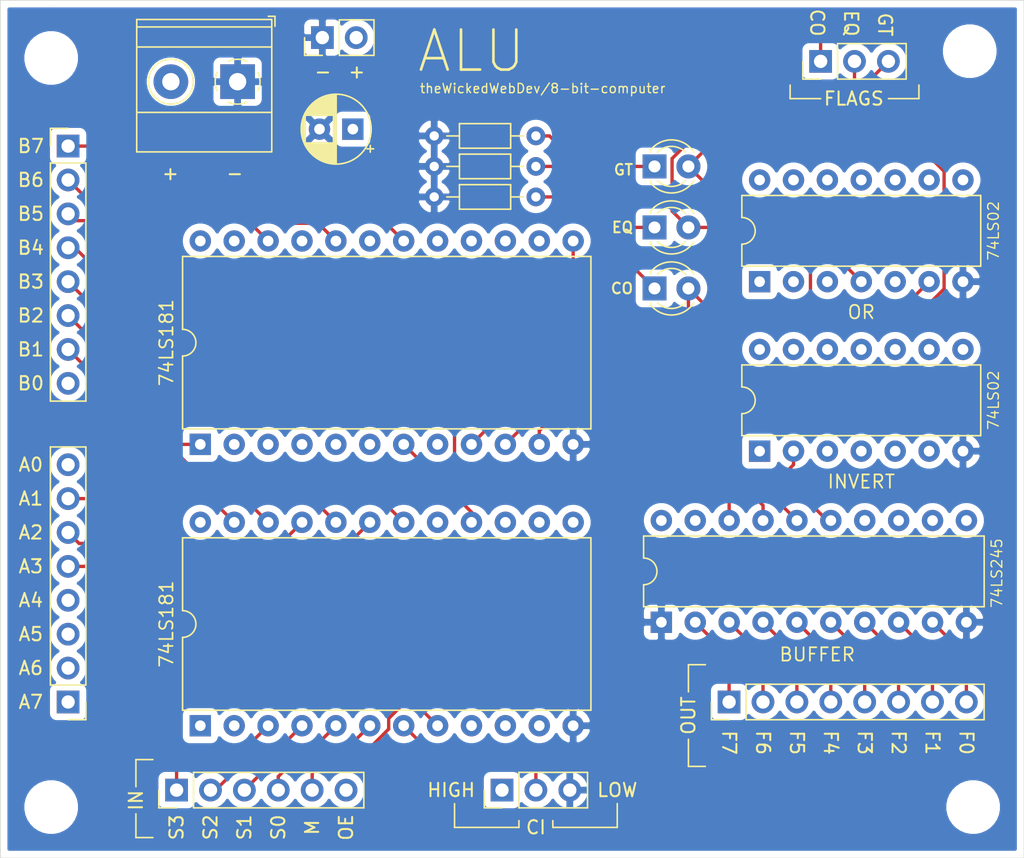
<source format=kicad_pcb>
(kicad_pcb (version 20171130) (host pcbnew "(5.1.9-0-10_14)")
  (layers (0 F.Cu signal) (1 In1.Cu signal) (2 In2.Cu signal) (31 B.Cu signal hide) (34 B.Paste user) (35 F.Paste user) (36 B.SilkS user) (37 F.SilkS user) (38 B.Mask user) (39 F.Mask user) (44 Edge.Cuts user))
  (net 0 "")
  (net 1 /A1)
  (net 2 /A0)
  (net 3 /A2)
  (net 4 /A3)
  (net 5 /A4)
  (net 6 /A5)
  (net 7 /A6)
  (net 8 /A7)
  (net 9 /B0)
  (net 10 /B1)
  (net 11 /B2)
  (net 12 /B3)
  (net 13 /B4)
  (net 14 /B5)
  (net 15 /B6)
  (net 16 /B7)
  (net 17 VCC)
  (net 18 GND)
  (net 19 "Net-(U1-Pad7)")
  (net 20 "Net-(U1-Pad17)")
  (net 21 "Net-(U1-Pad16)")
  (net 22 "Net-(U1-Pad15)")
  (net 23 "Net-(U2-Pad17)")
  (net 24 "Net-(U2-Pad15)")
  (net 25 /F0)
  (net 26 /F1)
  (net 27 /F2)
  (net 28 /F3)
  (net 29 /F4)
  (net 30 /F5)
  (net 31 /F6)
  (net 32 /F7)
  (net 33 /MODE)
  (net 34 /S0)
  (net 35 /S1)
  (net 36 /S2)
  (net 37 /S3)
  (net 38 /A>B)
  (net 39 /A==B)
  (net 40 "Net-(D1-Pad1)")
  (net 41 "Net-(D3-Pad1)")
  (net 42 "Net-(D4-Pad1)")
  (net 43 "Net-(J8-Pad2)")
  (net 44 /CARRY)
  (net 45 /OE)
  (net 46 "Net-(U1-Pad11)")
  (net 47 "Net-(U1-Pad10)")
  (net 48 "Net-(U1-Pad9)")
  (net 49 "Net-(U1-Pad13)")
  (net 50 "Net-(U2-Pad11)")
  (net 51 "Net-(U2-Pad10)")
  (net 52 "Net-(U2-Pad9)")
  (net 53 "Net-(U2-Pad13)")
  (module Package_DIP:DIP-20_W7.62mm (layer F.Cu) (at 172.724 140.582 90)
    (fp_text reference U5 hide)
    (fp_text value 74LS245 hide)
    (pad 20 thru_hole oval (at 7.62 0 90) (size 1.6 1.6) (drill 0.8) (layers *.Cu *.Mask) (net 17 VCC))
    (pad 10 thru_hole oval (at 0 22.86 90) (size 1.6 1.6) (drill 0.8) (layers *.Cu *.Mask) (net 18 GND))
    (pad 19 thru_hole oval (at 7.62 2.54 90) (size 1.6 1.6) (drill 0.8) (layers *.Cu *.Mask) (net 45 /OE))
    (pad 9 thru_hole oval (at 0 20.32 90) (size 1.6 1.6) (drill 0.8) (layers *.Cu *.Mask) (net 25 /F0))
    (pad 18 thru_hole oval (at 7.62 5.08 90) (size 1.6 1.6) (drill 0.8) (layers *.Cu *.Mask) (net 49 "Net-(U1-Pad13)"))
    (pad 8 thru_hole oval (at 0 17.78 90) (size 1.6 1.6) (drill 0.8) (layers *.Cu *.Mask) (net 26 /F1))
    (pad 17 thru_hole oval (at 7.62 7.62 90) (size 1.6 1.6) (drill 0.8) (layers *.Cu *.Mask) (net 46 "Net-(U1-Pad11)"))
    (pad 7 thru_hole oval (at 0 15.24 90) (size 1.6 1.6) (drill 0.8) (layers *.Cu *.Mask) (net 27 /F2))
    (pad 16 thru_hole oval (at 7.62 10.16 90) (size 1.6 1.6) (drill 0.8) (layers *.Cu *.Mask) (net 47 "Net-(U1-Pad10)"))
    (pad 6 thru_hole oval (at 0 12.7 90) (size 1.6 1.6) (drill 0.8) (layers *.Cu *.Mask) (net 28 /F3))
    (pad 15 thru_hole oval (at 7.62 12.7 90) (size 1.6 1.6) (drill 0.8) (layers *.Cu *.Mask) (net 48 "Net-(U1-Pad9)"))
    (pad 5 thru_hole oval (at 0 10.16 90) (size 1.6 1.6) (drill 0.8) (layers *.Cu *.Mask) (net 29 /F4))
    (pad 14 thru_hole oval (at 7.62 15.24 90) (size 1.6 1.6) (drill 0.8) (layers *.Cu *.Mask) (net 53 "Net-(U2-Pad13)"))
    (pad 4 thru_hole oval (at 0 7.62 90) (size 1.6 1.6) (drill 0.8) (layers *.Cu *.Mask) (net 30 /F5))
    (pad 13 thru_hole oval (at 7.62 17.78 90) (size 1.6 1.6) (drill 0.8) (layers *.Cu *.Mask) (net 50 "Net-(U2-Pad11)"))
    (pad 3 thru_hole oval (at 0 5.08 90) (size 1.6 1.6) (drill 0.8) (layers *.Cu *.Mask) (net 31 /F6))
    (pad 12 thru_hole oval (at 7.62 20.32 90) (size 1.6 1.6) (drill 0.8) (layers *.Cu *.Mask) (net 51 "Net-(U2-Pad10)"))
    (pad 2 thru_hole oval (at 0 2.54 90) (size 1.6 1.6) (drill 0.8) (layers *.Cu *.Mask) (net 32 /F7))
    (pad 11 thru_hole oval (at 7.62 22.86 90) (size 1.6 1.6) (drill 0.8) (layers *.Cu *.Mask) (net 52 "Net-(U2-Pad9)"))
    (pad 1 thru_hole rect (at 0 0 90) (size 1.6 1.6) (drill 0.8) (layers *.Cu *.Mask) (net 18 GND))
  )
  (module Connector_PinHeader_2.54mm:PinHeader_1x08_P2.54mm_Vertical (layer F.Cu) (at 177.8 146.558 90)
    (fp_text reference J3 hide)
    (fp_text value Conn_01x08 hide)
    (pad 8 thru_hole oval (at 0 17.78 90) (size 1.7 1.7) (drill 1) (layers *.Cu *.Mask) (net 25 /F0))
    (pad 7 thru_hole oval (at 0 15.24 90) (size 1.7 1.7) (drill 1) (layers *.Cu *.Mask) (net 26 /F1))
    (pad 6 thru_hole oval (at 0 12.7 90) (size 1.7 1.7) (drill 1) (layers *.Cu *.Mask) (net 27 /F2))
    (pad 5 thru_hole oval (at 0 10.16 90) (size 1.7 1.7) (drill 1) (layers *.Cu *.Mask) (net 28 /F3))
    (pad 4 thru_hole oval (at 0 7.62 90) (size 1.7 1.7) (drill 1) (layers *.Cu *.Mask) (net 29 /F4))
    (pad 3 thru_hole oval (at 0 5.08 90) (size 1.7 1.7) (drill 1) (layers *.Cu *.Mask) (net 30 /F5))
    (pad 2 thru_hole oval (at 0 2.54 90) (size 1.7 1.7) (drill 1) (layers *.Cu *.Mask) (net 31 /F6))
    (pad 1 thru_hole rect (at 0 0 90) (size 1.7 1.7) (drill 1) (layers *.Cu *.Mask) (net 32 /F7))
  )
  (module Connector_PinHeader_2.54mm:PinHeader_1x06_P2.54mm_Vertical (layer F.Cu) (at 136.398 153.162 90)
    (fp_text reference J6 hide)
    (fp_text value Conn_01x06 hide)
    (pad 6 thru_hole oval (at 0 12.7 90) (size 1.7 1.7) (drill 1) (layers *.Cu *.Mask) (net 45 /OE))
    (pad 5 thru_hole oval (at 0 10.16 90) (size 1.7 1.7) (drill 1) (layers *.Cu *.Mask) (net 33 /MODE))
    (pad 4 thru_hole oval (at 0 7.62 90) (size 1.7 1.7) (drill 1) (layers *.Cu *.Mask) (net 34 /S0))
    (pad 3 thru_hole oval (at 0 5.08 90) (size 1.7 1.7) (drill 1) (layers *.Cu *.Mask) (net 35 /S1))
    (pad 2 thru_hole oval (at 0 2.54 90) (size 1.7 1.7) (drill 1) (layers *.Cu *.Mask) (net 36 /S2))
    (pad 1 thru_hole rect (at 0 0 90) (size 1.7 1.7) (drill 1) (layers *.Cu *.Mask) (net 37 /S3))
  )
  (module Connector_PinHeader_2.54mm:PinHeader_1x03_P2.54mm_Vertical (layer F.Cu) (at 184.658 98.552 90)
    (fp_text reference J7 hide)
    (fp_text value Conn_01x03 hide)
    (pad 3 thru_hole oval (at 0 5.08 90) (size 1.7 1.7) (drill 1) (layers *.Cu *.Mask) (net 38 /A>B))
    (pad 2 thru_hole oval (at 0 2.54 90) (size 1.7 1.7) (drill 1) (layers *.Cu *.Mask) (net 39 /A==B))
    (pad 1 thru_hole rect (at 0 0 90) (size 1.7 1.7) (drill 1) (layers *.Cu *.Mask) (net 44 /CARRY))
  )
  (module Package_DIP:DIP-14_W7.62mm (layer F.Cu) (at 180.086 115.062 90)
    (fp_text reference U3 hide)
    (fp_text value 74LS02 hide)
    (pad 14 thru_hole oval (at 7.62 0 90) (size 1.6 1.6) (drill 0.8) (layers *.Cu *.Mask) (net 17 VCC))
    (pad 7 thru_hole oval (at 0 15.24 90) (size 1.6 1.6) (drill 0.8) (layers *.Cu *.Mask) (net 18 GND))
    (pad 13 thru_hole oval (at 7.62 2.54 90) (size 1.6 1.6) (drill 0.8) (layers *.Cu *.Mask))
    (pad 6 thru_hole oval (at 0 12.7 90) (size 1.6 1.6) (drill 0.8) (layers *.Cu *.Mask) (net 39 /A==B))
    (pad 12 thru_hole oval (at 7.62 5.08 90) (size 1.6 1.6) (drill 0.8) (layers *.Cu *.Mask))
    (pad 5 thru_hole oval (at 0 10.16 90) (size 1.6 1.6) (drill 0.8) (layers *.Cu *.Mask) (net 21 "Net-(U1-Pad16)"))
    (pad 11 thru_hole oval (at 7.62 7.62 90) (size 1.6 1.6) (drill 0.8) (layers *.Cu *.Mask))
    (pad 4 thru_hole oval (at 0 7.62 90) (size 1.6 1.6) (drill 0.8) (layers *.Cu *.Mask) (net 38 /A>B))
    (pad 10 thru_hole oval (at 7.62 10.16 90) (size 1.6 1.6) (drill 0.8) (layers *.Cu *.Mask))
    (pad 3 thru_hole oval (at 0 5.08 90) (size 1.6 1.6) (drill 0.8) (layers *.Cu *.Mask))
    (pad 9 thru_hole oval (at 7.62 12.7 90) (size 1.6 1.6) (drill 0.8) (layers *.Cu *.Mask))
    (pad 2 thru_hole oval (at 0 2.54 90) (size 1.6 1.6) (drill 0.8) (layers *.Cu *.Mask))
    (pad 8 thru_hole oval (at 7.62 15.24 90) (size 1.6 1.6) (drill 0.8) (layers *.Cu *.Mask))
    (pad 1 thru_hole rect (at 0 0 90) (size 1.6 1.6) (drill 0.8) (layers *.Cu *.Mask))
  )
  (module Package_DIP:DIP-14_W7.62mm (layer F.Cu) (at 180.086 127.762 90)
    (fp_text reference U4 hide)
    (fp_text value 74LS04 hide)
    (pad 14 thru_hole oval (at 7.62 0 90) (size 1.6 1.6) (drill 0.8) (layers *.Cu *.Mask) (net 17 VCC))
    (pad 7 thru_hole oval (at 0 15.24 90) (size 1.6 1.6) (drill 0.8) (layers *.Cu *.Mask) (net 18 GND))
    (pad 13 thru_hole oval (at 7.62 2.54 90) (size 1.6 1.6) (drill 0.8) (layers *.Cu *.Mask))
    (pad 6 thru_hole oval (at 0 12.7 90) (size 1.6 1.6) (drill 0.8) (layers *.Cu *.Mask))
    (pad 12 thru_hole oval (at 7.62 5.08 90) (size 1.6 1.6) (drill 0.8) (layers *.Cu *.Mask))
    (pad 5 thru_hole oval (at 0 10.16 90) (size 1.6 1.6) (drill 0.8) (layers *.Cu *.Mask))
    (pad 11 thru_hole oval (at 7.62 7.62 90) (size 1.6 1.6) (drill 0.8) (layers *.Cu *.Mask))
    (pad 4 thru_hole oval (at 0 7.62 90) (size 1.6 1.6) (drill 0.8) (layers *.Cu *.Mask))
    (pad 10 thru_hole oval (at 7.62 10.16 90) (size 1.6 1.6) (drill 0.8) (layers *.Cu *.Mask))
    (pad 3 thru_hole oval (at 0 5.08 90) (size 1.6 1.6) (drill 0.8) (layers *.Cu *.Mask))
    (pad 9 thru_hole oval (at 7.62 12.7 90) (size 1.6 1.6) (drill 0.8) (layers *.Cu *.Mask))
    (pad 2 thru_hole oval (at 0 2.54 90) (size 1.6 1.6) (drill 0.8) (layers *.Cu *.Mask) (net 44 /CARRY))
    (pad 8 thru_hole oval (at 7.62 15.24 90) (size 1.6 1.6) (drill 0.8) (layers *.Cu *.Mask))
    (pad 1 thru_hole rect (at 0 0 90) (size 1.6 1.6) (drill 0.8) (layers *.Cu *.Mask) (net 21 "Net-(U1-Pad16)"))
  )
  (module Connector_PinHeader_2.54mm:PinHeader_1x03_P2.54mm_Vertical (layer F.Cu) (at 160.782 153.162 90)
    (fp_text reference J8 hide)
    (fp_text value Conn_01x03 hide)
    (pad 3 thru_hole oval (at 0 5.08 90) (size 1.7 1.7) (drill 1) (layers *.Cu *.Mask) (net 18 GND))
    (pad 2 thru_hole oval (at 0 2.54 90) (size 1.7 1.7) (drill 1) (layers *.Cu *.Mask) (net 43 "Net-(J8-Pad2)"))
    (pad 1 thru_hole rect (at 0 0 90) (size 1.7 1.7) (drill 1) (layers *.Cu *.Mask) (net 17 VCC))
  )
  (module MountingHole:MountingHole_3mm (layer F.Cu) (at 195.834 97.79)
    (fp_text reference REF** hide)
    (fp_text value MountingHole_3mm hide)
    (pad 1 np_thru_hole circle (at 0 0) (size 3 3) (drill 3) (layers *.Cu *.Mask))
  )
  (module MountingHole:MountingHole_3mm (layer F.Cu) (at 196.088 154.432)
    (fp_text reference REF** hide)
    (fp_text value MountingHole_3mm hide)
    (pad 1 np_thru_hole circle (at 0 0) (size 3 3) (drill 3) (layers *.Cu *.Mask))
  )
  (module MountingHole:MountingHole_3mm (layer F.Cu) (at 127 154.432)
    (fp_text reference REF** hide)
    (fp_text value MountingHole_3mm hide)
    (pad 1 np_thru_hole circle (at 0 0) (size 3 3) (drill 3) (layers *.Cu *.Mask))
  )
  (module MountingHole:MountingHole_3mm (layer F.Cu) (at 127 98.298)
    (fp_text reference REF** hide)
    (fp_text value MountingHole_3mm hide)
    (pad 1 np_thru_hole circle (at 0 0) (size 3 3) (drill 3) (layers *.Cu *.Mask))
  )
  (module Package_DIP:DIP-24_W15.24mm (layer F.Cu) (at 138.176 148.336 90)
    (fp_text reference U2 hide)
    (fp_text value 74LS181 hide)
    (pad 24 thru_hole oval (at 15.24 0 90) (size 1.6 1.6) (drill 0.8) (layers *.Cu *.Mask) (net 17 VCC))
    (pad 12 thru_hole oval (at 0 27.94 90) (size 1.6 1.6) (drill 0.8) (layers *.Cu *.Mask) (net 18 GND))
    (pad 23 thru_hole oval (at 15.24 2.54 90) (size 1.6 1.6) (drill 0.8) (layers *.Cu *.Mask) (net 1 /A1))
    (pad 11 thru_hole oval (at 0 25.4 90) (size 1.6 1.6) (drill 0.8) (layers *.Cu *.Mask) (net 50 "Net-(U2-Pad11)"))
    (pad 22 thru_hole oval (at 15.24 5.08 90) (size 1.6 1.6) (drill 0.8) (layers *.Cu *.Mask) (net 10 /B1))
    (pad 10 thru_hole oval (at 0 22.86 90) (size 1.6 1.6) (drill 0.8) (layers *.Cu *.Mask) (net 51 "Net-(U2-Pad10)"))
    (pad 21 thru_hole oval (at 15.24 7.62 90) (size 1.6 1.6) (drill 0.8) (layers *.Cu *.Mask) (net 3 /A2))
    (pad 9 thru_hole oval (at 0 20.32 90) (size 1.6 1.6) (drill 0.8) (layers *.Cu *.Mask) (net 52 "Net-(U2-Pad9)"))
    (pad 20 thru_hole oval (at 15.24 10.16 90) (size 1.6 1.6) (drill 0.8) (layers *.Cu *.Mask) (net 11 /B2))
    (pad 8 thru_hole oval (at 0 17.78 90) (size 1.6 1.6) (drill 0.8) (layers *.Cu *.Mask) (net 33 /MODE))
    (pad 19 thru_hole oval (at 15.24 12.7 90) (size 1.6 1.6) (drill 0.8) (layers *.Cu *.Mask) (net 4 /A3))
    (pad 7 thru_hole oval (at 0 15.24 90) (size 1.6 1.6) (drill 0.8) (layers *.Cu *.Mask) (net 43 "Net-(J8-Pad2)"))
    (pad 18 thru_hole oval (at 15.24 15.24 90) (size 1.6 1.6) (drill 0.8) (layers *.Cu *.Mask) (net 12 /B3))
    (pad 6 thru_hole oval (at 0 12.7 90) (size 1.6 1.6) (drill 0.8) (layers *.Cu *.Mask) (net 34 /S0))
    (pad 17 thru_hole oval (at 15.24 17.78 90) (size 1.6 1.6) (drill 0.8) (layers *.Cu *.Mask) (net 23 "Net-(U2-Pad17)"))
    (pad 5 thru_hole oval (at 0 10.16 90) (size 1.6 1.6) (drill 0.8) (layers *.Cu *.Mask) (net 35 /S1))
    (pad 16 thru_hole oval (at 15.24 20.32 90) (size 1.6 1.6) (drill 0.8) (layers *.Cu *.Mask) (net 19 "Net-(U1-Pad7)"))
    (pad 4 thru_hole oval (at 0 7.62 90) (size 1.6 1.6) (drill 0.8) (layers *.Cu *.Mask) (net 36 /S2))
    (pad 15 thru_hole oval (at 15.24 22.86 90) (size 1.6 1.6) (drill 0.8) (layers *.Cu *.Mask) (net 24 "Net-(U2-Pad15)"))
    (pad 3 thru_hole oval (at 0 5.08 90) (size 1.6 1.6) (drill 0.8) (layers *.Cu *.Mask) (net 37 /S3))
    (pad 14 thru_hole oval (at 15.24 25.4 90) (size 1.6 1.6) (drill 0.8) (layers *.Cu *.Mask) (net 39 /A==B))
    (pad 2 thru_hole oval (at 0 2.54 90) (size 1.6 1.6) (drill 0.8) (layers *.Cu *.Mask) (net 2 /A0))
    (pad 13 thru_hole oval (at 15.24 27.94 90) (size 1.6 1.6) (drill 0.8) (layers *.Cu *.Mask) (net 53 "Net-(U2-Pad13)"))
    (pad 1 thru_hole rect (at 0 0 90) (size 1.6 1.6) (drill 0.8) (layers *.Cu *.Mask) (net 9 /B0))
  )
  (module Package_DIP:DIP-24_W15.24mm (layer F.Cu) (at 138.176 127.254 90)
    (fp_text reference U1 hide)
    (fp_text value 74LS181 hide)
    (pad 24 thru_hole oval (at 15.24 0 90) (size 1.6 1.6) (drill 0.8) (layers *.Cu *.Mask) (net 17 VCC))
    (pad 12 thru_hole oval (at 0 27.94 90) (size 1.6 1.6) (drill 0.8) (layers *.Cu *.Mask) (net 18 GND))
    (pad 23 thru_hole oval (at 15.24 2.54 90) (size 1.6 1.6) (drill 0.8) (layers *.Cu *.Mask) (net 6 /A5))
    (pad 11 thru_hole oval (at 0 25.4 90) (size 1.6 1.6) (drill 0.8) (layers *.Cu *.Mask) (net 46 "Net-(U1-Pad11)"))
    (pad 22 thru_hole oval (at 15.24 5.08 90) (size 1.6 1.6) (drill 0.8) (layers *.Cu *.Mask) (net 14 /B5))
    (pad 10 thru_hole oval (at 0 22.86 90) (size 1.6 1.6) (drill 0.8) (layers *.Cu *.Mask) (net 47 "Net-(U1-Pad10)"))
    (pad 21 thru_hole oval (at 15.24 7.62 90) (size 1.6 1.6) (drill 0.8) (layers *.Cu *.Mask) (net 7 /A6))
    (pad 9 thru_hole oval (at 0 20.32 90) (size 1.6 1.6) (drill 0.8) (layers *.Cu *.Mask) (net 48 "Net-(U1-Pad9)"))
    (pad 20 thru_hole oval (at 15.24 10.16 90) (size 1.6 1.6) (drill 0.8) (layers *.Cu *.Mask) (net 15 /B6))
    (pad 8 thru_hole oval (at 0 17.78 90) (size 1.6 1.6) (drill 0.8) (layers *.Cu *.Mask) (net 33 /MODE))
    (pad 19 thru_hole oval (at 15.24 12.7 90) (size 1.6 1.6) (drill 0.8) (layers *.Cu *.Mask) (net 8 /A7))
    (pad 7 thru_hole oval (at 0 15.24 90) (size 1.6 1.6) (drill 0.8) (layers *.Cu *.Mask) (net 19 "Net-(U1-Pad7)"))
    (pad 18 thru_hole oval (at 15.24 15.24 90) (size 1.6 1.6) (drill 0.8) (layers *.Cu *.Mask) (net 16 /B7))
    (pad 6 thru_hole oval (at 0 12.7 90) (size 1.6 1.6) (drill 0.8) (layers *.Cu *.Mask) (net 34 /S0))
    (pad 17 thru_hole oval (at 15.24 17.78 90) (size 1.6 1.6) (drill 0.8) (layers *.Cu *.Mask) (net 20 "Net-(U1-Pad17)"))
    (pad 5 thru_hole oval (at 0 10.16 90) (size 1.6 1.6) (drill 0.8) (layers *.Cu *.Mask) (net 35 /S1))
    (pad 16 thru_hole oval (at 15.24 20.32 90) (size 1.6 1.6) (drill 0.8) (layers *.Cu *.Mask) (net 21 "Net-(U1-Pad16)"))
    (pad 4 thru_hole oval (at 0 7.62 90) (size 1.6 1.6) (drill 0.8) (layers *.Cu *.Mask) (net 36 /S2))
    (pad 15 thru_hole oval (at 15.24 22.86 90) (size 1.6 1.6) (drill 0.8) (layers *.Cu *.Mask) (net 22 "Net-(U1-Pad15)"))
    (pad 3 thru_hole oval (at 0 5.08 90) (size 1.6 1.6) (drill 0.8) (layers *.Cu *.Mask) (net 37 /S3))
    (pad 14 thru_hole oval (at 15.24 25.4 90) (size 1.6 1.6) (drill 0.8) (layers *.Cu *.Mask) (net 39 /A==B))
    (pad 2 thru_hole oval (at 0 2.54 90) (size 1.6 1.6) (drill 0.8) (layers *.Cu *.Mask) (net 5 /A4))
    (pad 13 thru_hole oval (at 15.24 27.94 90) (size 1.6 1.6) (drill 0.8) (layers *.Cu *.Mask) (net 49 "Net-(U1-Pad13)"))
    (pad 1 thru_hole rect (at 0 0 90) (size 1.6 1.6) (drill 0.8) (layers *.Cu *.Mask) (net 13 /B4))
  )
  (module Resistor_THT:R_Axial_DIN0204_L3.6mm_D1.6mm_P7.62mm_Horizontal (layer F.Cu) (at 163.322 108.712 180)
    (fp_text reference R4 hide)
    (fp_text value R_Small_US hide)
    (pad 1 thru_hole circle (at 0 0 180) (size 1.4 1.4) (drill 0.7) (layers *.Cu *.Mask) (net 42 "Net-(D4-Pad1)"))
    (pad 2 thru_hole oval (at 7.62 0 180) (size 1.4 1.4) (drill 0.7) (layers *.Cu *.Mask) (net 18 GND))
  )
  (module Resistor_THT:R_Axial_DIN0204_L3.6mm_D1.6mm_P7.62mm_Horizontal (layer F.Cu) (at 163.322 106.426 180)
    (fp_text reference R3 hide)
    (fp_text value R_Small_US hide)
    (pad 1 thru_hole circle (at 0 0 180) (size 1.4 1.4) (drill 0.7) (layers *.Cu *.Mask) (net 41 "Net-(D3-Pad1)"))
    (pad 2 thru_hole oval (at 7.62 0 180) (size 1.4 1.4) (drill 0.7) (layers *.Cu *.Mask) (net 18 GND))
  )
  (module Resistor_THT:R_Axial_DIN0204_L3.6mm_D1.6mm_P7.62mm_Horizontal (layer F.Cu) (at 163.322 104.14 180)
    (fp_text reference R1 hide)
    (fp_text value R_Small_US hide)
    (pad 1 thru_hole circle (at 0 0 180) (size 1.4 1.4) (drill 0.7) (layers *.Cu *.Mask) (net 40 "Net-(D1-Pad1)"))
    (pad 2 thru_hole oval (at 7.62 0 180) (size 1.4 1.4) (drill 0.7) (layers *.Cu *.Mask) (net 18 GND))
  )
  (module Connector_PinHeader_2.54mm:PinHeader_1x08_P2.54mm_Vertical (layer F.Cu) (at 128.27 104.902)
    (fp_text reference J5 hide)
    (fp_text value Conn_01x08 hide)
    (pad 8 thru_hole oval (at 0 17.78) (size 1.7 1.7) (drill 1) (layers *.Cu *.Mask) (net 9 /B0))
    (pad 7 thru_hole oval (at 0 15.24) (size 1.7 1.7) (drill 1) (layers *.Cu *.Mask) (net 10 /B1))
    (pad 6 thru_hole oval (at 0 12.7) (size 1.7 1.7) (drill 1) (layers *.Cu *.Mask) (net 11 /B2))
    (pad 5 thru_hole oval (at 0 10.16) (size 1.7 1.7) (drill 1) (layers *.Cu *.Mask) (net 12 /B3))
    (pad 4 thru_hole oval (at 0 7.62) (size 1.7 1.7) (drill 1) (layers *.Cu *.Mask) (net 13 /B4))
    (pad 3 thru_hole oval (at 0 5.08) (size 1.7 1.7) (drill 1) (layers *.Cu *.Mask) (net 14 /B5))
    (pad 2 thru_hole oval (at 0 2.54) (size 1.7 1.7) (drill 1) (layers *.Cu *.Mask) (net 15 /B6))
    (pad 1 thru_hole rect (at 0 0) (size 1.7 1.7) (drill 1) (layers *.Cu *.Mask) (net 16 /B7))
  )
  (module Connector_PinHeader_2.54mm:PinHeader_1x08_P2.54mm_Vertical (layer F.Cu) (at 128.27 146.558 180)
    (fp_text reference J4 hide)
    (fp_text value Conn_01x08 hide)
    (pad 8 thru_hole oval (at 0 17.78 180) (size 1.7 1.7) (drill 1) (layers *.Cu *.Mask) (net 2 /A0))
    (pad 7 thru_hole oval (at 0 15.24 180) (size 1.7 1.7) (drill 1) (layers *.Cu *.Mask) (net 1 /A1))
    (pad 6 thru_hole oval (at 0 12.7 180) (size 1.7 1.7) (drill 1) (layers *.Cu *.Mask) (net 3 /A2))
    (pad 5 thru_hole oval (at 0 10.16 180) (size 1.7 1.7) (drill 1) (layers *.Cu *.Mask) (net 4 /A3))
    (pad 4 thru_hole oval (at 0 7.62 180) (size 1.7 1.7) (drill 1) (layers *.Cu *.Mask) (net 5 /A4))
    (pad 3 thru_hole oval (at 0 5.08 180) (size 1.7 1.7) (drill 1) (layers *.Cu *.Mask) (net 6 /A5))
    (pad 2 thru_hole oval (at 0 2.54 180) (size 1.7 1.7) (drill 1) (layers *.Cu *.Mask) (net 7 /A6))
    (pad 1 thru_hole rect (at 0 0 180) (size 1.7 1.7) (drill 1) (layers *.Cu *.Mask) (net 8 /A7))
  )
  (module TerminalBlock_Phoenix:TerminalBlock_Phoenix_MKDS-1,5-2_1x02_P5.00mm_Horizontal (layer F.Cu) (at 140.97 100.076 180)
    (fp_text reference J2 hide)
    (fp_text value Screw_Terminal_01x02 hide)
    (pad 2 thru_hole circle (at 5 0 180) (size 2.6 2.6) (drill 1.3) (layers *.Cu *.Mask) (net 17 VCC))
    (pad 1 thru_hole rect (at 0 0 180) (size 2.6 2.6) (drill 1.3) (layers *.Cu *.Mask) (net 18 GND))
  )
  (module Connector_PinHeader_2.54mm:PinHeader_1x02_P2.54mm_Vertical (layer F.Cu) (at 147.32 96.774 90)
    (fp_text reference J1 hide)
    (fp_text value Conn_01x02 hide)
    (pad 2 thru_hole oval (at 0 2.54 90) (size 1.7 1.7) (drill 1) (layers *.Cu *.Mask) (net 17 VCC))
    (pad 1 thru_hole rect (at 0 0 90) (size 1.7 1.7) (drill 1) (layers *.Cu *.Mask) (net 18 GND))
  )
  (module LED_THT:LED_D3.0mm (layer F.Cu) (at 172.212 115.57)
    (fp_text reference D4 hide)
    (fp_text value LED hide)
    (pad 2 thru_hole circle (at 2.54 0) (size 1.8 1.8) (drill 0.9) (layers *.Cu *.Mask) (net 44 /CARRY))
    (pad 1 thru_hole rect (at 0 0) (size 1.8 1.8) (drill 0.9) (layers *.Cu *.Mask) (net 42 "Net-(D4-Pad1)"))
  )
  (module LED_THT:LED_D3.0mm (layer F.Cu) (at 172.212 110.998)
    (fp_text reference D3 hide)
    (fp_text value LED hide)
    (pad 2 thru_hole circle (at 2.54 0) (size 1.8 1.8) (drill 0.9) (layers *.Cu *.Mask) (net 39 /A==B))
    (pad 1 thru_hole rect (at 0 0) (size 1.8 1.8) (drill 0.9) (layers *.Cu *.Mask) (net 41 "Net-(D3-Pad1)"))
  )
  (module LED_THT:LED_D3.0mm (layer F.Cu) (at 172.212 106.426)
    (fp_text reference D1 hide)
    (fp_text value LED hide)
    (pad 2 thru_hole circle (at 2.54 0) (size 1.8 1.8) (drill 0.9) (layers *.Cu *.Mask) (net 38 /A>B))
    (pad 1 thru_hole rect (at 0 0) (size 1.8 1.8) (drill 0.9) (layers *.Cu *.Mask) (net 40 "Net-(D1-Pad1)"))
  )
  (module Capacitor_THT:CP_Radial_D5.0mm_P2.50mm (layer F.Cu) (at 149.606 103.632 180)
    (fp_text reference C1 hide)
    (fp_text value CP1_Small hide)
    (pad 2 thru_hole circle (at 2.5 0 180) (size 1.6 1.6) (drill 0.8) (layers *.Cu *.Mask) (net 18 GND))
    (pad 1 thru_hole rect (at 0 0 180) (size 1.6 1.6) (drill 0.8) (layers *.Cu *.Mask) (net 17 VCC))
  )
  (gr_text + (at 136.652 106.934) (layer F.SilkS) (effects (font (size 1 1)) (justify right)))
  (gr_text - (at 141.478 106.934) (layer F.SilkS) (effects (font (size 1 1)) (justify right)))
  (gr_text - (at 148.082 99.314) (layer F.SilkS) (effects (font (size 1 1)) (justify right)))
  (gr_text + (at 150.622 99.314) (layer F.SilkS) (effects (font (size 1 1)) (justify right)))
  (gr_line (start 133.35 156.718) (end 134.62 156.718) (layer F.SilkS) (width 0.12))
  (gr_line (start 133.35 154.94) (end 133.35 156.718) (layer F.SilkS) (width 0.12))
  (gr_line (start 133.35 150.876) (end 134.62 150.876) (layer F.SilkS) (width 0.12))
  (gr_line (start 133.35 152.908) (end 133.35 150.876) (layer F.SilkS) (width 0.12))
  (gr_line (start 174.752 149.352) (end 174.752 151.384) (layer F.SilkS) (width 0.12))
  (gr_line (start 174.752 143.764) (end 174.752 145.796) (layer F.SilkS) (width 0.12))
  (gr_line (start 174.752 151.384) (end 176.022 151.384) (layer F.SilkS) (width 0.12))
  (gr_line (start 174.752 143.764) (end 176.022 143.764) (layer F.SilkS) (width 0.12))
  (gr_text OUT (at 174.752 147.574 90) (layer F.SilkS) (effects (font (size 1 1))))
  (gr_line (start 192.024 101.346) (end 192.024 100.33) (layer F.SilkS) (width 0.12))
  (gr_line (start 189.738 101.346) (end 192.024 101.346) (layer F.SilkS) (width 0.12))
  (gr_line (start 182.372 101.346) (end 182.372 100.33) (layer F.SilkS) (width 0.12))
  (gr_line (start 184.658 101.346) (end 182.372 101.346) (layer F.SilkS) (width 0.12))
  (gr_text FLAGS (at 189.484 101.346) (layer F.SilkS) (effects (font (size 1 1)) (justify right)))
  (gr_text IN (at 133.35 153.924 90) (layer F.SilkS) (effects (font (size 1 1))))
  (gr_text BUFFER (at 184.404 143.002) (layer F.SilkS) (effects (font (size 1 1) (thickness 0.13))))
  (gr_line (start 169.418 155.956) (end 169.418 154.178) (layer F.SilkS) (width 0.12))
  (gr_line (start 164.592 155.956) (end 169.418 155.956) (layer F.SilkS) (width 0.12))
  (gr_line (start 164.592 155.448) (end 164.592 155.956) (layer F.SilkS) (width 0.12))
  (gr_line (start 157.226 155.956) (end 157.226 154.178) (layer F.SilkS) (width 0.12))
  (gr_line (start 162.052 155.956) (end 157.226 155.956) (layer F.SilkS) (width 0.12))
  (gr_line (start 162.052 155.448) (end 162.052 155.956) (layer F.SilkS) (width 0.12))
  (gr_text F0 (at 195.58 149.606 -90) (layer F.SilkS) (effects (font (size 1 1))))
  (gr_text F1 (at 193.04 149.606 -90) (layer F.SilkS) (effects (font (size 1 1))))
  (gr_text F2 (at 190.5 149.606 -90) (layer F.SilkS) (effects (font (size 1 1))))
  (gr_text F3 (at 187.96 149.606 -90) (layer F.SilkS) (effects (font (size 1 1))))
  (gr_text F4 (at 185.42 149.606 -90) (layer F.SilkS) (effects (font (size 1 1))))
  (gr_text F5 (at 182.88 149.606 -90) (layer F.SilkS) (effects (font (size 1 1))))
  (gr_text F6 (at 180.34 149.606 -90) (layer F.SilkS) (effects (font (size 1 1))))
  (gr_text F7 (at 177.8 149.606 -90) (layer F.SilkS) (effects (font (size 1 1))))
  (gr_text M (at 146.558 155.956 90) (layer F.SilkS) (effects (font (size 1 1))))
  (gr_text OE (at 149.098 155.956 90) (layer F.SilkS) (effects (font (size 1 1))))
  (gr_line (start 199.898 93.98) (end 127 93.98) (layer Edge.Cuts) (width 0.05))
  (gr_line (start 199.898 158.242) (end 199.898 93.98) (layer Edge.Cuts) (width 0.05))
  (gr_line (start 123.19 158.242) (end 199.898 158.242) (layer Edge.Cuts) (width 0.05))
  (gr_line (start 123.19 93.98) (end 123.19 158.242) (layer Edge.Cuts) (width 0.05))
  (gr_line (start 127 93.98) (end 123.19 93.98) (layer Edge.Cuts) (width 0.05))
  (gr_text 74LS245 (at 197.866 136.906 90) (layer F.SilkS) (effects (font (size 0.8 0.8) (thickness 0.1))))
  (gr_text 74LS02 (at 197.612 123.952 90) (layer F.SilkS) (effects (font (size 0.8 0.8) (thickness 0.1))))
  (gr_text 74LS02 (at 197.612 111.252 90) (layer F.SilkS) (effects (font (size 0.8 0.8) (thickness 0.1))))
  (gr_text OR (at 187.706 117.348) (layer F.SilkS) (effects (font (size 1 1) (thickness 0.13))))
  (gr_text INVERT (at 187.706 130.048) (layer F.SilkS) (effects (font (size 1 1) (thickness 0.13))))
  (gr_text 74LS181 (at 135.636 140.716 90) (layer F.SilkS) (effects (font (size 1 1) (thickness 0.13))))
  (gr_text 74LS181 (at 135.636 119.634 90) (layer F.SilkS) (effects (font (size 1 1) (thickness 0.13))))
  (gr_text theWickedWebDev/8-bit-computer (at 163.83 100.584) (layer F.SilkS) (effects (font (size 0.7 0.7) (thickness 0.1))))
  (gr_text ALU (at 158.496 97.79) (layer F.SilkS) (effects (font (size 3 3) (thickness 0.2))))
  (gr_text HIGH (at 156.972 153.162) (layer F.SilkS) (effects (font (size 1 1))))
  (gr_text LOW (at 169.418 153.162) (layer F.SilkS) (effects (font (size 1 1))))
  (gr_text CI (at 163.322 155.956) (layer F.SilkS) (effects (font (size 1 1))))
  (gr_text GT (at 189.484 96.774 -90) (layer F.SilkS) (effects (font (size 1 1)) (justify right)))
  (gr_text EQ (at 186.944 96.774 -90) (layer F.SilkS) (effects (font (size 1 1)) (justify right)))
  (gr_text CO (at 184.404 96.774 -90) (layer F.SilkS) (effects (font (size 1 1)) (justify right)))
  (gr_text B6 (at 125.476 107.442) (layer F.SilkS) (effects (font (size 1 1))))
  (gr_text B4 (at 125.476 112.522) (layer F.SilkS) (effects (font (size 1 1))))
  (gr_text B2 (at 125.476 117.602) (layer F.SilkS) (effects (font (size 1 1))))
  (gr_text B3 (at 125.476 115.062) (layer F.SilkS) (effects (font (size 1 1))))
  (gr_text B7 (at 125.476 104.902) (layer F.SilkS) (effects (font (size 1 1))))
  (gr_text B5 (at 125.476 109.982) (layer F.SilkS) (effects (font (size 1 1))))
  (gr_text B1 (at 125.476 120.142) (layer F.SilkS) (effects (font (size 1 1))))
  (gr_text B0 (at 125.476 122.682) (layer F.SilkS) (effects (font (size 1 1))))
  (gr_text A7 (at 125.476 146.558) (layer F.SilkS) (effects (font (size 1 1))))
  (gr_text A6 (at 125.476 144.018) (layer F.SilkS) (effects (font (size 1 1))))
  (gr_text A5 (at 125.476 141.478) (layer F.SilkS) (effects (font (size 1 1))))
  (gr_text A4 (at 125.476 138.938) (layer F.SilkS) (effects (font (size 1 1))))
  (gr_text A3 (at 125.476 136.398) (layer F.SilkS) (effects (font (size 1 1))))
  (gr_text A2 (at 125.476 133.858) (layer F.SilkS) (effects (font (size 1 1))))
  (gr_text A1 (at 125.476 131.318) (layer F.SilkS) (effects (font (size 1 1))))
  (gr_text A0 (at 125.476 128.778) (layer F.SilkS) (effects (font (size 1 1))))
  (gr_text S3 (at 136.398 155.956 90) (layer F.SilkS) (effects (font (size 1 1))))
  (gr_text S2 (at 138.938 155.956 90) (layer F.SilkS) (effects (font (size 1 1))))
  (gr_text S1 (at 141.478 155.956 90) (layer F.SilkS) (effects (font (size 1 1))))
  (gr_text S0 (at 144.018 155.956 90) (layer F.SilkS) (effects (font (size 1 1))))
  (gr_text GT (at 170.688 106.68) (layer F.SilkS) (effects (font (size 0.8 0.8)) (justify right)))
  (gr_text EQ (at 170.688 110.998) (layer F.SilkS) (effects (font (size 0.8 0.8)) (justify right)))
  (gr_text CO (at 170.688 115.57) (layer F.SilkS) (effects (font (size 0.8 0.8)) (justify right)))
  (segment (start 128.27 131.318) (end 138.938 131.318) (width 0.25) (layer F.Cu) (net 1))
  (segment (start 138.938 131.318) (end 140.716 133.096) (width 0.25) (layer F.Cu) (net 1))
  (segment (start 128.27 133.858) (end 129.089989 134.677989) (width 0.25) (layer F.Cu) (net 3))
  (segment (start 129.089989 134.677989) (end 144.214011 134.677989) (width 0.25) (layer F.Cu) (net 3))
  (segment (start 144.214011 134.677989) (end 145.796 133.096) (width 0.25) (layer F.Cu) (net 3))
  (segment (start 128.27 136.398) (end 129.54 136.398) (width 0.25) (layer F.Cu) (net 4))
  (segment (start 129.54 136.398) (end 130.81 135.128) (width 0.25) (layer F.Cu) (net 4))
  (segment (start 148.844 135.128) (end 150.876 133.096) (width 0.25) (layer F.Cu) (net 4))
  (segment (start 130.81 135.128) (end 148.844 135.128) (width 0.25) (layer F.Cu) (net 4))
  (segment (start 130.221967 122.093967) (end 130.221967 122.981557) (width 0.25) (layer F.Cu) (net 10))
  (segment (start 130.221967 122.981557) (end 138.108399 130.867989) (width 0.25) (layer F.Cu) (net 10))
  (segment (start 141.027989 130.867989) (end 143.256 133.096) (width 0.25) (layer F.Cu) (net 10))
  (segment (start 138.108399 130.867989) (end 141.027989 130.867989) (width 0.25) (layer F.Cu) (net 10))
  (segment (start 128.27 120.142) (end 130.221967 122.093967) (width 0.25) (layer F.Cu) (net 10))
  (segment (start 138.294799 130.417978) (end 145.657978 130.417978) (width 0.25) (layer F.Cu) (net 11))
  (segment (start 128.27 117.602) (end 130.671978 120.003978) (width 0.25) (layer F.Cu) (net 11))
  (segment (start 130.671978 122.795157) (end 138.294799 130.417978) (width 0.25) (layer F.Cu) (net 11))
  (segment (start 130.671978 120.003978) (end 130.671978 122.795157) (width 0.25) (layer F.Cu) (net 11))
  (segment (start 145.657978 130.417978) (end 148.336 133.096) (width 0.25) (layer F.Cu) (net 11))
  (segment (start 131.121989 117.913989) (end 131.121989 122.608757) (width 0.25) (layer F.Cu) (net 12))
  (segment (start 128.27 115.062) (end 131.121989 117.913989) (width 0.25) (layer F.Cu) (net 12))
  (segment (start 138.481199 129.967967) (end 150.287967 129.967967) (width 0.25) (layer F.Cu) (net 12))
  (segment (start 131.121989 122.608757) (end 138.481199 129.967967) (width 0.25) (layer F.Cu) (net 12))
  (segment (start 150.287967 129.967967) (end 153.416 133.096) (width 0.25) (layer F.Cu) (net 12))
  (segment (start 131.572 122.174) (end 136.652 127.254) (width 0.25) (layer F.Cu) (net 13))
  (segment (start 131.572 115.316) (end 131.572 122.174) (width 0.25) (layer F.Cu) (net 13))
  (segment (start 136.652 127.254) (end 138.176 127.254) (width 0.25) (layer F.Cu) (net 13))
  (segment (start 128.778 112.522) (end 131.572 115.316) (width 0.25) (layer F.Cu) (net 13))
  (segment (start 128.27 112.522) (end 128.778 112.522) (width 0.25) (layer F.Cu) (net 13))
  (segment (start 141.732 110.49) (end 143.256 112.014) (width 0.25) (layer F.Cu) (net 14))
  (segment (start 128.778 110.49) (end 141.732 110.49) (width 0.25) (layer F.Cu) (net 14))
  (segment (start 128.27 109.982) (end 128.778 110.49) (width 0.25) (layer F.Cu) (net 14))
  (segment (start 147.008011 110.686011) (end 148.336 112.014) (width 0.25) (layer F.Cu) (net 15))
  (segment (start 128.27 107.442) (end 130.752011 109.924011) (width 0.25) (layer F.Cu) (net 15))
  (segment (start 144.0856 110.686011) (end 147.008011 110.686011) (width 0.25) (layer F.Cu) (net 15))
  (segment (start 130.752011 109.924011) (end 143.3236 109.924011) (width 0.25) (layer F.Cu) (net 15))
  (segment (start 143.3236 109.924011) (end 144.0856 110.686011) (width 0.25) (layer F.Cu) (net 15))
  (segment (start 151.638 110.236) (end 153.416 112.014) (width 0.25) (layer F.Cu) (net 16))
  (segment (start 131.826 104.902) (end 136.398 109.474) (width 0.25) (layer F.Cu) (net 16))
  (segment (start 143.51 109.474) (end 144.272 110.236) (width 0.25) (layer F.Cu) (net 16))
  (segment (start 128.27 104.902) (end 131.826 104.902) (width 0.25) (layer F.Cu) (net 16))
  (segment (start 136.398 109.474) (end 143.51 109.474) (width 0.25) (layer F.Cu) (net 16))
  (segment (start 144.272 110.236) (end 151.638 110.236) (width 0.25) (layer F.Cu) (net 16))
  (segment (start 158.496 132.334) (end 158.496 133.096) (width 0.25) (layer F.Cu) (net 19))
  (segment (start 153.416 127.254) (end 158.496 132.334) (width 0.25) (layer F.Cu) (net 19))
  (segment (start 195.58 143.118) (end 193.044 140.582) (width 0.25) (layer F.Cu) (net 25))
  (segment (start 195.58 146.558) (end 195.58 143.118) (width 0.25) (layer F.Cu) (net 25))
  (segment (start 193.04 143.118) (end 190.504 140.582) (width 0.25) (layer F.Cu) (net 26))
  (segment (start 193.04 146.558) (end 193.04 143.118) (width 0.25) (layer F.Cu) (net 26))
  (segment (start 190.5 143.118) (end 187.964 140.582) (width 0.25) (layer F.Cu) (net 27))
  (segment (start 190.5 146.558) (end 190.5 143.118) (width 0.25) (layer F.Cu) (net 27))
  (segment (start 187.96 143.118) (end 185.424 140.582) (width 0.25) (layer F.Cu) (net 28))
  (segment (start 187.96 146.558) (end 187.96 143.118) (width 0.25) (layer F.Cu) (net 28))
  (segment (start 185.42 143.118) (end 182.884 140.582) (width 0.25) (layer F.Cu) (net 29))
  (segment (start 185.42 146.558) (end 185.42 143.118) (width 0.25) (layer F.Cu) (net 29))
  (segment (start 182.88 143.118) (end 180.344 140.582) (width 0.25) (layer F.Cu) (net 30))
  (segment (start 182.88 146.558) (end 182.88 143.118) (width 0.25) (layer F.Cu) (net 30))
  (segment (start 180.34 143.118) (end 177.804 140.582) (width 0.25) (layer F.Cu) (net 31))
  (segment (start 180.34 146.558) (end 180.34 143.118) (width 0.25) (layer F.Cu) (net 31))
  (segment (start 177.8 143.118) (end 175.264 140.582) (width 0.25) (layer F.Cu) (net 32))
  (segment (start 177.8 146.558) (end 177.8 143.118) (width 0.25) (layer F.Cu) (net 32))
  (segment (start 155.956 148.336) (end 154.432 146.812) (width 0.25) (layer F.Cu) (net 33))
  (segment (start 152.290999 148.586003) (end 149.493002 151.384) (width 0.25) (layer F.Cu) (net 33))
  (segment (start 152.290999 147.795999) (end 152.290999 148.586003) (width 0.25) (layer F.Cu) (net 33))
  (segment (start 153.274998 146.812) (end 152.290999 147.795999) (width 0.25) (layer F.Cu) (net 33))
  (segment (start 154.432 146.812) (end 153.274998 146.812) (width 0.25) (layer F.Cu) (net 33))
  (segment (start 149.493002 151.384) (end 147.066 151.384) (width 0.25) (layer F.Cu) (net 33))
  (segment (start 146.558 151.892) (end 146.558 153.162) (width 0.25) (layer F.Cu) (net 33))
  (segment (start 147.066 151.384) (end 146.558 151.892) (width 0.25) (layer F.Cu) (net 33))
  (segment (start 145.288 150.876) (end 144.018 152.146) (width 0.25) (layer F.Cu) (net 34))
  (segment (start 144.018 152.146) (end 144.018 153.162) (width 0.25) (layer F.Cu) (net 34))
  (segment (start 148.336 150.876) (end 145.288 150.876) (width 0.25) (layer F.Cu) (net 34))
  (segment (start 150.876 148.336) (end 148.336 150.876) (width 0.25) (layer F.Cu) (net 34))
  (segment (start 148.336 148.336) (end 146.246011 150.425989) (width 0.25) (layer F.Cu) (net 35))
  (segment (start 144.214011 150.425989) (end 141.478 153.162) (width 0.25) (layer F.Cu) (net 35))
  (segment (start 146.246011 150.425989) (end 144.214011 150.425989) (width 0.25) (layer F.Cu) (net 35))
  (segment (start 142.503611 149.975978) (end 139.317589 153.162) (width 0.25) (layer F.Cu) (net 36))
  (segment (start 145.796 148.336) (end 144.156022 149.975978) (width 0.25) (layer F.Cu) (net 36))
  (segment (start 144.156022 149.975978) (end 142.503611 149.975978) (width 0.25) (layer F.Cu) (net 36))
  (segment (start 139.317589 153.162) (end 138.938 153.162) (width 0.25) (layer F.Cu) (net 36))
  (segment (start 136.398 151.638) (end 136.398 153.162) (width 0.25) (layer F.Cu) (net 37))
  (segment (start 136.906 151.13) (end 136.398 151.638) (width 0.25) (layer F.Cu) (net 37))
  (segment (start 140.462 151.13) (end 136.906 151.13) (width 0.25) (layer F.Cu) (net 37))
  (segment (start 143.256 148.336) (end 140.462 151.13) (width 0.25) (layer F.Cu) (net 37))
  (segment (start 174.752 106.426) (end 178.308 109.982) (width 0.25) (layer F.Cu) (net 38))
  (segment (start 182.626 109.982) (end 187.706 115.062) (width 0.25) (layer F.Cu) (net 38))
  (segment (start 178.308 109.982) (end 182.626 109.982) (width 0.25) (layer F.Cu) (net 38))
  (segment (start 174.752 106.426) (end 177.038 104.14) (width 0.25) (layer F.Cu) (net 38))
  (segment (start 184.15 104.14) (end 189.738 98.552) (width 0.25) (layer F.Cu) (net 38))
  (segment (start 177.038 104.14) (end 184.15 104.14) (width 0.25) (layer F.Cu) (net 38))
  (segment (start 191.008 116.84) (end 192.786 115.062) (width 0.25) (layer F.Cu) (net 39))
  (segment (start 184.912 116.84) (end 191.008 116.84) (width 0.25) (layer F.Cu) (net 39))
  (segment (start 183.896 115.824) (end 184.912 116.84) (width 0.25) (layer F.Cu) (net 39))
  (segment (start 183.896 113.284) (end 183.896 115.824) (width 0.25) (layer F.Cu) (net 39))
  (segment (start 181.61 110.998) (end 183.896 113.284) (width 0.25) (layer F.Cu) (net 39))
  (segment (start 174.752 110.998) (end 181.61 110.998) (width 0.25) (layer F.Cu) (net 39))
  (segment (start 173.526999 105.837999) (end 175.986998 103.378) (width 0.25) (layer F.Cu) (net 39))
  (segment (start 173.526999 109.772999) (end 173.526999 105.837999) (width 0.25) (layer F.Cu) (net 39))
  (segment (start 174.752 110.998) (end 173.526999 109.772999) (width 0.25) (layer F.Cu) (net 39))
  (segment (start 175.986998 103.378) (end 183.896 103.378) (width 0.25) (layer F.Cu) (net 39))
  (segment (start 187.198 100.076) (end 187.198 98.552) (width 0.25) (layer F.Cu) (net 39))
  (segment (start 183.896 103.378) (end 187.198 100.076) (width 0.25) (layer F.Cu) (net 39))
  (segment (start 164.338 104.14) (end 166.624 106.426) (width 0.25) (layer F.Cu) (net 40))
  (segment (start 166.624 106.426) (end 172.212 106.426) (width 0.25) (layer F.Cu) (net 40))
  (segment (start 163.322 104.14) (end 164.338 104.14) (width 0.25) (layer F.Cu) (net 40))
  (segment (start 170.434 110.998) (end 172.212 110.998) (width 0.25) (layer F.Cu) (net 41))
  (segment (start 165.862 106.426) (end 170.434 110.998) (width 0.25) (layer F.Cu) (net 41))
  (segment (start 163.322 106.426) (end 165.862 106.426) (width 0.25) (layer F.Cu) (net 41))
  (segment (start 170.434 113.792) (end 172.212 115.57) (width 0.25) (layer F.Cu) (net 42))
  (segment (start 170.434 111.76) (end 170.434 113.792) (width 0.25) (layer F.Cu) (net 42))
  (segment (start 167.386 108.712) (end 170.434 111.76) (width 0.25) (layer F.Cu) (net 42))
  (segment (start 163.322 108.712) (end 167.386 108.712) (width 0.25) (layer F.Cu) (net 42))
  (segment (start 153.416 148.336) (end 155.956 150.876) (width 0.25) (layer F.Cu) (net 43))
  (segment (start 155.956 150.876) (end 162.56 150.876) (width 0.25) (layer F.Cu) (net 43))
  (segment (start 163.322 151.638) (end 163.322 153.162) (width 0.25) (layer F.Cu) (net 43))
  (segment (start 162.56 150.876) (end 163.322 151.638) (width 0.25) (layer F.Cu) (net 43))
  (segment (start 182.118 129.286) (end 182.626 128.778) (width 0.25) (layer F.Cu) (net 44))
  (segment (start 178.562 129.286) (end 182.118 129.286) (width 0.25) (layer F.Cu) (net 44))
  (segment (start 174.752 125.476) (end 178.562 129.286) (width 0.25) (layer F.Cu) (net 44))
  (segment (start 182.626 128.778) (end 182.626 127.762) (width 0.25) (layer F.Cu) (net 44))
  (segment (start 174.752 115.57) (end 174.752 125.476) (width 0.25) (layer F.Cu) (net 44))
  (segment (start 184.658 97.028) (end 184.658 98.552) (width 0.25) (layer F.Cu) (net 44))
  (segment (start 191.262 97.282) (end 190.5 96.52) (width 0.25) (layer F.Cu) (net 44))
  (segment (start 191.262 104.14) (end 191.262 97.282) (width 0.25) (layer F.Cu) (net 44))
  (segment (start 190.5 96.52) (end 185.166 96.52) (width 0.25) (layer F.Cu) (net 44))
  (segment (start 193.911001 106.789001) (end 191.262 104.14) (width 0.25) (layer F.Cu) (net 44))
  (segment (start 185.166 96.52) (end 184.658 97.028) (width 0.25) (layer F.Cu) (net 44))
  (segment (start 192.165002 117.348) (end 193.911001 115.602001) (width 0.25) (layer F.Cu) (net 44))
  (segment (start 176.53 117.348) (end 192.165002 117.348) (width 0.25) (layer F.Cu) (net 44))
  (segment (start 193.911001 115.602001) (end 193.911001 106.789001) (width 0.25) (layer F.Cu) (net 44))
  (segment (start 174.752 115.57) (end 176.53 117.348) (width 0.25) (layer F.Cu) (net 44))
  (segment (start 163.576 127.254) (end 163.576 126.238) (width 0.25) (layer F.Cu) (net 46))
  (segment (start 163.576 126.238) (end 164.338 125.476) (width 0.25) (layer F.Cu) (net 46))
  (segment (start 164.338 125.476) (end 172.72 125.476) (width 0.25) (layer F.Cu) (net 46))
  (segment (start 172.72 125.476) (end 178.054 130.81) (width 0.25) (layer F.Cu) (net 46))
  (segment (start 178.054 130.81) (end 179.324 130.81) (width 0.25) (layer F.Cu) (net 46))
  (segment (start 180.344 131.83) (end 180.344 132.962) (width 0.25) (layer F.Cu) (net 46))
  (segment (start 179.324 130.81) (end 180.344 131.83) (width 0.25) (layer F.Cu) (net 46))
  (segment (start 163.322 124.968) (end 172.971179 124.968) (width 0.25) (layer F.Cu) (net 47))
  (segment (start 161.036 127.254) (end 163.322 124.968) (width 0.25) (layer F.Cu) (net 47))
  (segment (start 178.305179 130.302) (end 180.224 130.302) (width 0.25) (layer F.Cu) (net 47))
  (segment (start 172.971179 124.968) (end 178.305179 130.302) (width 0.25) (layer F.Cu) (net 47))
  (segment (start 180.224 130.302) (end 182.884 132.962) (width 0.25) (layer F.Cu) (net 47))
  (segment (start 181.98959 129.794) (end 185.15759 132.962) (width 0.25) (layer F.Cu) (net 48))
  (segment (start 158.496 127.254) (end 161.29 124.46) (width 0.25) (layer F.Cu) (net 48))
  (segment (start 173.09959 124.46) (end 178.43359 129.794) (width 0.25) (layer F.Cu) (net 48))
  (segment (start 178.43359 129.794) (end 181.98959 129.794) (width 0.25) (layer F.Cu) (net 48))
  (segment (start 161.29 124.46) (end 173.09959 124.46) (width 0.25) (layer F.Cu) (net 48))
  (segment (start 185.15759 132.962) (end 185.424 132.962) (width 0.25) (layer F.Cu) (net 48))
  (segment (start 177.804 131.322) (end 177.804 132.962) (width 0.25) (layer F.Cu) (net 49))
  (segment (start 175.514 129.032) (end 177.804 131.322) (width 0.25) (layer F.Cu) (net 49))
  (segment (start 158.242 129.032) (end 175.514 129.032) (width 0.25) (layer F.Cu) (net 49))
  (segment (start 157.226 125.984) (end 157.226 128.016) (width 0.25) (layer F.Cu) (net 49))
  (segment (start 159.258 123.952) (end 157.226 125.984) (width 0.25) (layer F.Cu) (net 49))
  (segment (start 164.084 123.952) (end 159.258 123.952) (width 0.25) (layer F.Cu) (net 49))
  (segment (start 166.116 121.92) (end 164.084 123.952) (width 0.25) (layer F.Cu) (net 49))
  (segment (start 157.226 128.016) (end 158.242 129.032) (width 0.25) (layer F.Cu) (net 49))
  (segment (start 166.116 112.014) (end 166.116 121.92) (width 0.25) (layer F.Cu) (net 49))
  (zone (net 18) (net_name GND) (layer B.Cu) (connect_pads (clearance 0.508)) (min_thickness 0.254) (fill yes (arc_segments 32) (thermal_gap 0.508) (thermal_bridge_width 0.508))
    (polygon (pts (xy 199.898 158.242) (xy 123.19 158.242) (xy 123.19 93.98) (xy 199.898 93.98)))
  )
)
</source>
